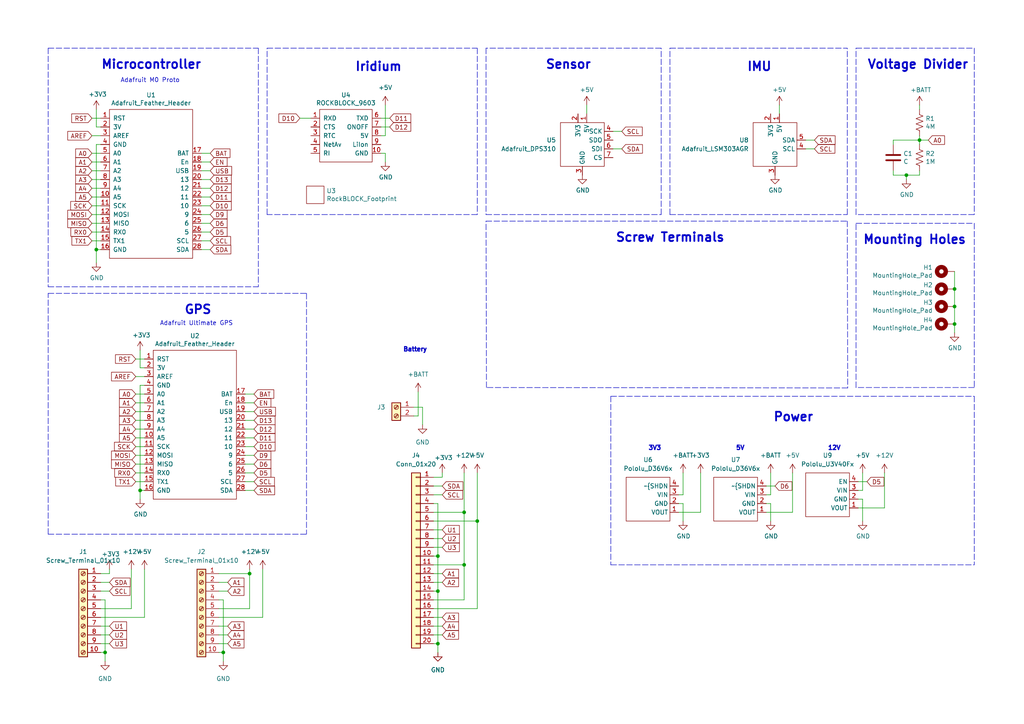
<source format=kicad_sch>
(kicad_sch (version 20211123) (generator eeschema)
  (paper "A4")
  (lib_symbols
    (symbol "Connector:Screw_Terminal_01x02" (pin_names (offset 1.016) hide)
      (property "Reference" "J" (at 0 2.54 0))
      (property "Value" "Screw_Terminal_01x02" (at 0 -5.08 0))
      (symbol "Screw_Terminal_01x02_1_1"
        (rectangle (start -1.27 1.27) (end 1.27 -3.81) (stroke (width 0.254)) (fill (type background)))
        (circle (center 0 -2.54) (radius 0.635) (stroke (width 0.1524)))
        (polyline (pts (xy -0.5334 -2.2098) (xy 0.3302 -3.048)) (stroke (width 0.1524)))
        (polyline (pts (xy -0.5334 0.3302) (xy 0.3302 -0.508)) (stroke (width 0.1524)))
        (polyline (pts (xy -0.3556 -2.032) (xy 0.508 -2.8702)) (stroke (width 0.1524)))
        (polyline (pts (xy -0.3556 0.508) (xy 0.508 -0.3302)) (stroke (width 0.1524)))
        (circle (center 0 0) (radius 0.635) (stroke (width 0.1524)))
        (pin passive line (at -5.08 0 0) (length 3.81) (name "Pin_1") (number "1"))
        (pin passive line (at -5.08 -2.54 0) (length 3.81) (name "Pin_2") (number "2"))
      )
    )
    (symbol "Connector:Screw_Terminal_01x10" (pin_names (offset 1.016) hide)
      (property "Reference" "J" (at 0 12.7 0))
      (property "Value" "Screw_Terminal_01x10" (at 0 -15.24 0))
      (symbol "Screw_Terminal_01x10_1_1"
        (rectangle (start -1.27 11.43) (end 1.27 -13.97) (stroke (width 0.254)) (fill (type background)))
        (circle (center 0 -12.7) (radius 0.635) (stroke (width 0.1524)))
        (circle (center 0 -10.16) (radius 0.635) (stroke (width 0.1524)))
        (circle (center 0 -7.62) (radius 0.635) (stroke (width 0.1524)))
        (circle (center 0 -5.08) (radius 0.635) (stroke (width 0.1524)))
        (circle (center 0 -2.54) (radius 0.635) (stroke (width 0.1524)))
        (polyline (pts (xy -0.5334 -12.3698) (xy 0.3302 -13.208)) (stroke (width 0.1524)))
        (polyline (pts (xy -0.5334 -9.8298) (xy 0.3302 -10.668)) (stroke (width 0.1524)))
        (polyline (pts (xy -0.5334 -7.2898) (xy 0.3302 -8.128)) (stroke (width 0.1524)))
        (polyline (pts (xy -0.5334 -4.7498) (xy 0.3302 -5.588)) (stroke (width 0.1524)))
        (polyline (pts (xy -0.5334 -2.2098) (xy 0.3302 -3.048)) (stroke (width 0.1524)))
        (polyline (pts (xy -0.5334 0.3302) (xy 0.3302 -0.508)) (stroke (width 0.1524)))
        (polyline (pts (xy -0.5334 2.8702) (xy 0.3302 2.032)) (stroke (width 0.1524)))
        (polyline (pts (xy -0.5334 5.4102) (xy 0.3302 4.572)) (stroke (width 0.1524)))
        (polyline (pts (xy -0.5334 7.9502) (xy 0.3302 7.112)) (stroke (width 0.1524)))
        (polyline (pts (xy -0.5334 10.4902) (xy 0.3302 9.652)) (stroke (width 0.1524)))
        (polyline (pts (xy -0.3556 -12.192) (xy 0.508 -13.0302)) (stroke (width 0.1524)))
        (polyline (pts (xy -0.3556 -9.652) (xy 0.508 -10.4902)) (stroke (width 0.1524)))
        (polyline (pts (xy -0.3556 -7.112) (xy 0.508 -7.9502)) (stroke (width 0.1524)))
        (polyline (pts (xy -0.3556 -4.572) (xy 0.508 -5.4102)) (stroke (width 0.1524)))
        (polyline (pts (xy -0.3556 -2.032) (xy 0.508 -2.8702)) (stroke (width 0.1524)))
        (polyline (pts (xy -0.3556 0.508) (xy 0.508 -0.3302)) (stroke (width 0.1524)))
        (polyline (pts (xy -0.3556 3.048) (xy 0.508 2.2098)) (stroke (width 0.1524)))
        (polyline (pts (xy -0.3556 5.588) (xy 0.508 4.7498)) (stroke (width 0.1524)))
        (polyline (pts (xy -0.3556 8.128) (xy 0.508 7.2898)) (stroke (width 0.1524)))
        (polyline (pts (xy -0.3556 10.668) (xy 0.508 9.8298)) (stroke (width 0.1524)))
        (circle (center 0 0) (radius 0.635) (stroke (width 0.1524)))
        (circle (center 0 2.54) (radius 0.635) (stroke (width 0.1524)))
        (circle (center 0 5.08) (radius 0.635) (stroke (width 0.1524)))
        (circle (center 0 7.62) (radius 0.635) (stroke (width 0.1524)))
        (circle (center 0 10.16) (radius 0.635) (stroke (width 0.1524)))
        (pin passive line (at -5.08 10.16 0) (length 3.81) (name "Pin_1") (number "1"))
        (pin passive line (at -5.08 -12.7 0) (length 3.81) (name "Pin_10") (number "10"))
        (pin passive line (at -5.08 7.62 0) (length 3.81) (name "Pin_2") (number "2"))
        (pin passive line (at -5.08 5.08 0) (length 3.81) (name "Pin_3") (number "3"))
        (pin passive line (at -5.08 2.54 0) (length 3.81) (name "Pin_4") (number "4"))
        (pin passive line (at -5.08 0 0) (length 3.81) (name "Pin_5") (number "5"))
        (pin passive line (at -5.08 -2.54 0) (length 3.81) (name "Pin_6") (number "6"))
        (pin passive line (at -5.08 -5.08 0) (length 3.81) (name "Pin_7") (number "7"))
        (pin passive line (at -5.08 -7.62 0) (length 3.81) (name "Pin_8") (number "8"))
        (pin passive line (at -5.08 -10.16 0) (length 3.81) (name "Pin_9") (number "9"))
      )
    )
    (symbol "Connector_Generic:Conn_01x20" (pin_names (offset 1.016) hide)
      (property "Reference" "J" (at 0 25.4 0))
      (property "Value" "Conn_01x20" (at 0 -27.94 0))
      (symbol "Conn_01x20_1_1"
        (rectangle (start -1.27 -25.273) (end 0 -25.527) (stroke (width 0.1524)))
        (rectangle (start -1.27 -22.733) (end 0 -22.987) (stroke (width 0.1524)))
        (rectangle (start -1.27 -20.193) (end 0 -20.447) (stroke (width 0.1524)))
        (rectangle (start -1.27 -17.653) (end 0 -17.907) (stroke (width 0.1524)))
        (rectangle (start -1.27 -15.113) (end 0 -15.367) (stroke (width 0.1524)))
        (rectangle (start -1.27 -12.573) (end 0 -12.827) (stroke (width 0.1524)))
        (rectangle (start -1.27 -10.033) (end 0 -10.287) (stroke (width 0.1524)))
        (rectangle (start -1.27 -7.493) (end 0 -7.747) (stroke (width 0.1524)))
        (rectangle (start -1.27 -4.953) (end 0 -5.207) (stroke (width 0.1524)))
        (rectangle (start -1.27 -2.413) (end 0 -2.667) (stroke (width 0.1524)))
        (rectangle (start -1.27 0.127) (end 0 -0.127) (stroke (width 0.1524)))
        (rectangle (start -1.27 2.667) (end 0 2.413) (stroke (width 0.1524)))
        (rectangle (start -1.27 5.207) (end 0 4.953) (stroke (width 0.1524)))
        (rectangle (start -1.27 7.747) (end 0 7.493) (stroke (width 0.1524)))
        (rectangle (start -1.27 10.287) (end 0 10.033) (stroke (width 0.1524)))
        (rectangle (start -1.27 12.827) (end 0 12.573) (stroke (width 0.1524)))
        (rectangle (start -1.27 15.367) (end 0 15.113) (stroke (width 0.1524)))
        (rectangle (start -1.27 17.907) (end 0 17.653) (stroke (width 0.1524)))
        (rectangle (start -1.27 20.447) (end 0 20.193) (stroke (width 0.1524)))
        (rectangle (start -1.27 22.987) (end 0 22.733) (stroke (width 0.1524)))
        (rectangle (start -1.27 24.13) (end 1.27 -26.67) (stroke (width 0.254)) (fill (type background)))
        (pin passive line (at -5.08 22.86 0) (length 3.81) (name "Pin_1") (number "1"))
        (pin passive line (at -5.08 0 0) (length 3.81) (name "Pin_10") (number "10"))
        (pin passive line (at -5.08 -2.54 0) (length 3.81) (name "Pin_11") (number "11"))
        (pin passive line (at -5.08 -5.08 0) (length 3.81) (name "Pin_12") (number "12"))
        (pin passive line (at -5.08 -7.62 0) (length 3.81) (name "Pin_13") (number "13"))
        (pin passive line (at -5.08 -10.16 0) (length 3.81) (name "Pin_14") (number "14"))
        (pin passive line (at -5.08 -12.7 0) (length 3.81) (name "Pin_15") (number "15"))
        (pin passive line (at -5.08 -15.24 0) (length 3.81) (name "Pin_16") (number "16"))
        (pin passive line (at -5.08 -17.78 0) (length 3.81) (name "Pin_17") (number "17"))
        (pin passive line (at -5.08 -20.32 0) (length 3.81) (name "Pin_18") (number "18"))
        (pin passive line (at -5.08 -22.86 0) (length 3.81) (name "Pin_19") (number "19"))
        (pin passive line (at -5.08 20.32 0) (length 3.81) (name "Pin_2") (number "2"))
        (pin passive line (at -5.08 -25.4 0) (length 3.81) (name "Pin_20") (number "20"))
        (pin passive line (at -5.08 17.78 0) (length 3.81) (name "Pin_3") (number "3"))
        (pin passive line (at -5.08 15.24 0) (length 3.81) (name "Pin_4") (number "4"))
        (pin passive line (at -5.08 12.7 0) (length 3.81) (name "Pin_5") (number "5"))
        (pin passive line (at -5.08 10.16 0) (length 3.81) (name "Pin_6") (number "6"))
        (pin passive line (at -5.08 7.62 0) (length 3.81) (name "Pin_7") (number "7"))
        (pin passive line (at -5.08 5.08 0) (length 3.81) (name "Pin_8") (number "8"))
        (pin passive line (at -5.08 2.54 0) (length 3.81) (name "Pin_9") (number "9"))
      )
    )
    (symbol "Cryologger:Adafruit_DPS310"
      (property "Reference" "U" (at 0 8.89 0))
      (property "Value" "Adafruit_DPS310" (at 0 -7.62 0))
      (symbol "Adafruit_DPS310_0_1"
        (rectangle (start -6.35 6.35) (end 6.35 -6.35) (stroke (width 0.1524)))
      )
      (symbol "Adafruit_DPS310_1_1"
        (pin power_in line (at 1.27 8.89 270) (length 2.54) (name "5V") (number "1"))
        (pin power_in line (at -1.27 8.89 270) (length 2.54) (name "3V3") (number "2"))
        (pin power_in line (at 0 -8.89 90) (length 2.54) (name "GND") (number "3"))
        (pin input line (at 8.89 3.81 180) (length 2.54) (name "SCK") (number "4"))
        (pin input line (at 8.89 1.27 180) (length 2.54) (name "SDO") (number "5"))
        (pin input line (at 8.89 -1.27 180) (length 2.54) (name "SDI") (number "6"))
        (pin input line (at 8.89 -3.81 180) (length 2.54) (name "CS") (number "7"))
      )
    )
    (symbol "Cryologger:Adafruit_Feather_Header" (pin_names (offset 1.016))
      (property "Reference" "U" (at 0 25.4 0))
      (property "Value" "Cryologger_Adafruit_Feather_Header" (at 0 -21.59 0))
      (symbol "Adafruit_Feather_Header_0_1"
        (rectangle (start -11.43 -19.05) (end 12.7 24.13))
      )
      (symbol "Adafruit_Feather_Header_1_1"
        (pin input line (at -13.97 21.59 0) (length 2.54) (name "RST") (number "1"))
        (pin input line (at -13.97 -1.27 0) (length 2.54) (name "A5") (number "10"))
        (pin input line (at -13.97 -3.81 0) (length 2.54) (name "SCK") (number "11"))
        (pin input line (at -13.97 -6.35 0) (length 2.54) (name "MOSI") (number "12"))
        (pin input line (at -13.97 -8.89 0) (length 2.54) (name "MISO") (number "13"))
        (pin input line (at -13.97 -11.43 0) (length 2.54) (name "RX0") (number "14"))
        (pin input line (at -13.97 -13.97 0) (length 2.54) (name "TX1") (number "15"))
        (pin input line (at -13.97 -16.51 0) (length 2.54) (name "GND") (number "16"))
        (pin input line (at 15.24 11.43 180) (length 2.54) (name "BAT") (number "17"))
        (pin input line (at 15.24 8.89 180) (length 2.54) (name "En") (number "18"))
        (pin input line (at 15.24 6.35 180) (length 2.54) (name "USB") (number "19"))
        (pin input line (at -13.97 19.05 0) (length 2.54) (name "3V") (number "2"))
        (pin input line (at 15.24 3.81 180) (length 2.54) (name "13") (number "20"))
        (pin input line (at 15.24 1.27 180) (length 2.54) (name "12") (number "21"))
        (pin input line (at 15.24 -1.27 180) (length 2.54) (name "11") (number "22"))
        (pin input line (at 15.24 -3.81 180) (length 2.54) (name "10") (number "23"))
        (pin input line (at 15.24 -6.35 180) (length 2.54) (name "9") (number "24"))
        (pin input line (at 15.24 -8.89 180) (length 2.54) (name "6") (number "25"))
        (pin input line (at 15.24 -11.43 180) (length 2.54) (name "5") (number "26"))
        (pin input line (at 15.24 -13.97 180) (length 2.54) (name "SCL") (number "27"))
        (pin input line (at 15.24 -16.51 180) (length 2.54) (name "SDA") (number "28"))
        (pin input line (at -13.97 16.51 0) (length 2.54) (name "AREF") (number "3"))
        (pin input line (at -13.97 13.97 0) (length 2.54) (name "GND") (number "4"))
        (pin input line (at -13.97 11.43 0) (length 2.54) (name "A0") (number "5"))
        (pin input line (at -13.97 8.89 0) (length 2.54) (name "A1") (number "6"))
        (pin input line (at -13.97 6.35 0) (length 2.54) (name "A2") (number "7"))
        (pin input line (at -13.97 3.81 0) (length 2.54) (name "A3") (number "8"))
        (pin input line (at -13.97 1.27 0) (length 2.54) (name "A4") (number "9"))
      )
    )
    (symbol "Cryologger:Adafruit_LSM303AGR"
      (property "Reference" "U" (at 0 7.62 0))
      (property "Value" "Adafruit_LSM303AGR" (at 0 -10.16 0))
      (symbol "Adafruit_LSM303AGR_0_1"
        (rectangle (start -6.35 6.35) (end 6.35 -6.35) (stroke (width 0.1524)))
      )
      (symbol "Adafruit_LSM303AGR_1_1"
        (pin power_in line (at 1.27 8.89 270) (length 2.54) (name "5V") (number "1"))
        (pin power_in line (at -1.27 8.89 270) (length 2.54) (name "3V3") (number "2"))
        (pin power_in line (at 0 -8.89 90) (length 2.54) (name "GND") (number "3"))
        (pin input line (at 8.89 -1.27 180) (length 2.54) (name "SCL") (number "4"))
        (pin input line (at 8.89 1.27 180) (length 2.54) (name "SDA") (number "5"))
      )
    )
    (symbol "Cryologger:Pololu_D36V6x"
      (property "Reference" "U" (at 0 7.62 0))
      (property "Value" "Pololu_D36V6x" (at 0 -7.62 0))
      (symbol "Pololu_D36V6x_0_1"
        (rectangle (start -6.35 6.35) (end 6.35 -6.35) (stroke (width 0.1524)))
      )
      (symbol "Pololu_D36V6x_1_1"
        (pin power_out line (at 8.89 -3.81 180) (length 2.54) (name "VOUT") (number "1"))
        (pin power_in line (at 8.89 -1.27 180) (length 2.54) (name "GND") (number "2"))
        (pin power_in line (at 8.89 1.27 180) (length 2.54) (name "VIN") (number "3"))
        (pin power_in line (at 8.89 3.81 180) (length 2.54) (name "~{SHDN") (number "4"))
      )
    )
    (symbol "Cryologger:Pololu_U3V40Fx"
      (property "Reference" "U" (at 0 7.62 0))
      (property "Value" "Pololu_U3V40Fx" (at 0 -7.62 0))
      (symbol "Pololu_U3V40Fx_0_1"
        (rectangle (start -6.35 6.35) (end 6.35 -6.35) (stroke (width 0.1524)))
      )
      (symbol "Pololu_U3V40Fx_1_1"
        (pin power_out line (at 8.89 -3.81 180) (length 2.54) (name "VOUT") (number "1"))
        (pin input line (at 8.89 -1.27 180) (length 2.54) (name "GND") (number "2"))
        (pin power_in line (at 8.89 1.27 180) (length 2.54) (name "VIN") (number "3"))
        (pin input line (at 8.89 3.81 180) (length 2.54) (name "EN") (number "4"))
      )
    )
    (symbol "Cryologger:ROCKBLOCK_9603" (pin_names (offset 1.016))
      (property "Reference" "U" (at 0 8.89 0))
      (property "Value" "Cryologger_ROCKBLOCK_9603" (at 0 -8.89 0))
      (symbol "ROCKBLOCK_9603_0_1"
        (rectangle (start -7.62 -7.62) (end 7.62 7.62))
      )
      (symbol "ROCKBLOCK_9603_1_1"
        (pin input line (at -10.16 5.08 0) (length 2.54) (name "RXD") (number "1"))
        (pin input line (at 10.16 -5.08 180) (length 2.54) (name "GND") (number "10"))
        (pin input line (at -10.16 2.54 0) (length 2.54) (name "CTS") (number "2"))
        (pin input line (at -10.16 0 0) (length 2.54) (name "RTC") (number "3"))
        (pin input line (at -10.16 -2.54 0) (length 2.54) (name "NetAv") (number "4"))
        (pin input line (at -10.16 -5.08 0) (length 2.54) (name "RI") (number "5"))
        (pin input line (at 10.16 5.08 180) (length 2.54) (name "TXD") (number "6"))
        (pin input line (at 10.16 2.54 180) (length 2.54) (name "ONOFF") (number "7"))
        (pin input line (at 10.16 0 180) (length 2.54) (name "5V") (number "8"))
        (pin input line (at 10.16 -2.54 180) (length 2.54) (name "LiIon") (number "9"))
      )
    )
    (symbol "Cryologger:RockBLOCK_Footprint" (pin_names (offset 1.016))
      (property "Reference" "U" (at 0 8.89 0))
      (property "Value" "Cryologger_RockBLOCK_Footprint" (at 0 -10.16 0))
      (symbol "RockBLOCK_Footprint_0_1"
        (rectangle (start -2.54 2.54) (end 2.54 -2.54))
      )
    )
    (symbol "Device:C" (pin_numbers hide) (pin_names (offset 0.254))
      (property "Reference" "C" (at 0.635 2.54 0))
      (property "Value" "C" (at 0.635 -2.54 0))
      (symbol "C_0_1"
        (polyline (pts (xy -2.032 -0.762) (xy 2.032 -0.762)) (stroke (width 0.508)))
        (polyline (pts (xy -2.032 0.762) (xy 2.032 0.762)) (stroke (width 0.508)))
      )
      (symbol "C_1_1"
        (pin passive line (at 0 3.81 270) (length 2.794) (name "~") (number "1"))
        (pin passive line (at 0 -3.81 90) (length 2.794) (name "~") (number "2"))
      )
    )
    (symbol "Device:R_US" (pin_numbers hide) (pin_names (offset 0))
      (property "Reference" "R" (at 2.54 0 90))
      (property "Value" "R_US" (at -2.54 0 90))
      (symbol "R_US_0_1"
        (polyline (pts (xy 0 -2.286) (xy 0 -2.54)))
        (polyline (pts (xy 0 2.286) (xy 0 2.54)))
        (polyline (pts (xy 0 -0.762) (xy 1.016 -1.143) (xy 0 -1.524) (xy -1.016 -1.905) (xy 0 -2.286)))
        (polyline (pts (xy 0 0.762) (xy 1.016 0.381) (xy 0 0) (xy -1.016 -0.381) (xy 0 -0.762)))
        (polyline (pts (xy 0 2.286) (xy 1.016 1.905) (xy 0 1.524) (xy -1.016 1.143) (xy 0 0.762)))
      )
      (symbol "R_US_1_1"
        (pin passive line (at 0 3.81 270) (length 1.27) (name "~") (number "1"))
        (pin passive line (at 0 -3.81 90) (length 1.27) (name "~") (number "2"))
      )
    )
    (symbol "Mechanical:MountingHole_Pad" (pin_numbers hide) (pin_names (offset 1.016) hide)
      (property "Reference" "H" (at 0 6.35 0))
      (property "Value" "MountingHole_Pad" (at 0 4.445 0))
      (symbol "MountingHole_Pad_0_1"
        (circle (center 0 1.27) (radius 1.27) (stroke (width 1.27)))
      )
      (symbol "MountingHole_Pad_1_1"
        (pin input line (at 0 -2.54 90) (length 2.54) (name "1") (number "1"))
      )
    )
    (symbol "power:+12V" (power) (pin_names (offset 0))
      (property "Value" "+12V" (at 0 3.556 0))
      (symbol "+12V_0_1"
        (polyline (pts (xy -0.762 1.27) (xy 0 2.54)))
        (polyline (pts (xy 0 0) (xy 0 2.54)))
        (polyline (pts (xy 0 2.54) (xy 0.762 1.27)))
      )
      (symbol "+12V_1_1"
        (pin power_in line (at 0 0 90) (length 0) hide (name "+12V") (number "1"))
      )
    )
    (symbol "power:+3V3" (power) (pin_names (offset 0))
      (property "Value" "+3V3" (at 0 3.556 0))
      (symbol "+3V3_0_1"
        (polyline (pts (xy -0.762 1.27) (xy 0 2.54)))
        (polyline (pts (xy 0 0) (xy 0 2.54)))
        (polyline (pts (xy 0 2.54) (xy 0.762 1.27)))
      )
      (symbol "+3V3_1_1"
        (pin power_in line (at 0 0 90) (length 0) hide (name "+3V3") (number "1"))
      )
    )
    (symbol "power:+5V" (power) (pin_names (offset 0))
      (property "Value" "+5V" (at 0 3.556 0))
      (symbol "+5V_0_1"
        (polyline (pts (xy -0.762 1.27) (xy 0 2.54)))
        (polyline (pts (xy 0 0) (xy 0 2.54)))
        (polyline (pts (xy 0 2.54) (xy 0.762 1.27)))
      )
      (symbol "+5V_1_1"
        (pin power_in line (at 0 0 90) (length 0) hide (name "+5V") (number "1"))
      )
    )
    (symbol "power:+BATT" (power) (pin_names (offset 0))
      (property "Value" "+BATT" (at 0 3.556 0))
      (symbol "+BATT_0_1"
        (polyline (pts (xy -0.762 1.27) (xy 0 2.54)))
        (polyline (pts (xy 0 0) (xy 0 2.54)))
        (polyline (pts (xy 0 2.54) (xy 0.762 1.27)))
      )
      (symbol "+BATT_1_1"
        (pin power_in line (at 0 0 90) (length 0) hide (name "+BATT") (number "1"))
      )
    )
    (symbol "power:GND" (power) (pin_names (offset 0))
      (property "Value" "GND" (at 0 -3.81 0))
      (symbol "GND_0_1"
        (polyline (pts (xy 0 0) (xy 0 -1.27) (xy 1.27 -1.27) (xy 0 -2.54) (xy -1.27 -1.27) (xy 0 -1.27)))
      )
      (symbol "GND_1_1"
        (pin power_in line (at 0 0 270) (length 0) hide (name "GND") (number "1"))
      )
    )
  )
  (junction (at 276.86 93.98))
  (junction (at 127 171.45))
  (junction (at 64.77 189.23))
  (junction (at 266.7 40.64))
  (junction (at 134.62 163.83))
  (junction (at 127 186.69))
  (junction (at 72.39 166.37))
  (junction (at 134.62 148.59))
  (junction (at 138.43 151.13))
  (junction (at 30.48 189.23))
  (junction (at 276.86 88.9))
  (junction (at 276.86 83.82))
  (junction (at 40.64 142.24))
  (junction (at 127 161.29))
  (junction (at 27.94 72.39))
  (junction (at 262.89 50.8))
  (wire (pts (xy 27.94 41.91) (xy 27.94 72.39)))
  (wire (pts (xy 134.62 137.16) (xy 134.62 148.59)))
  (wire (pts (xy 134.62 163.83) (xy 134.62 173.99)))
  (wire (pts (xy 29.21 54.61) (xy 26.67 54.61)))
  (wire (pts (xy 60.96 72.39) (xy 58.42 72.39)))
  (wire (pts (xy 125.73 179.07) (xy 128.27 179.07)))
  (wire (pts (xy 198.12 146.05) (xy 198.12 151.13)))
  (wire (pts (xy 177.8 38.1) (xy 180.34 38.1)))
  (wire (pts (xy 38.1 165.1) (xy 38.1 176.53)))
  (polyline (pts (xy 191.77 13.97) (xy 140.97 13.97)))
  (wire (pts (xy 223.52 146.05) (xy 223.52 151.13)))
  (wire (pts (xy 90.17 34.29) (xy 86.995 34.29)))
  (wire (pts (xy 63.5 173.99) (xy 64.77 173.99)))
  (wire (pts (xy 41.91 127) (xy 39.37 127)))
  (wire (pts (xy 60.96 69.85) (xy 58.42 69.85)))
  (polyline (pts (xy 177.165 114.935) (xy 282.575 114.935)))
  (wire (pts (xy 73.66 142.24) (xy 71.12 142.24)))
  (wire (pts (xy 29.21 46.99) (xy 26.67 46.99)))
  (wire (pts (xy 266.7 49.53) (xy 266.7 50.8)))
  (wire (pts (xy 73.66 114.3) (xy 71.12 114.3)))
  (wire (pts (xy 73.66 129.54) (xy 71.12 129.54)))
  (wire (pts (xy 73.66 127) (xy 71.12 127)))
  (wire (pts (xy 111.76 44.45) (xy 111.76 46.99)))
  (wire (pts (xy 27.94 36.83) (xy 27.94 31.75)))
  (wire (pts (xy 60.96 67.31) (xy 58.42 67.31)))
  (polyline (pts (xy 245.745 62.23) (xy 245.745 13.97)))
  (wire (pts (xy 276.86 83.82) (xy 276.86 88.9)))
  (wire (pts (xy 72.39 166.37) (xy 72.39 176.53)))
  (wire (pts (xy 233.68 40.64) (xy 236.22 40.64)))
  (wire (pts (xy 29.21 173.99) (xy 30.48 173.99)))
  (wire (pts (xy 73.66 137.16) (xy 71.12 137.16)))
  (wire (pts (xy 63.5 184.15) (xy 66.04 184.15)))
  (wire (pts (xy 203.2 148.59) (xy 203.2 137.16)))
  (wire (pts (xy 134.62 148.59) (xy 134.62 163.83)))
  (polyline (pts (xy 194.31 62.23) (xy 245.745 62.23)))
  (wire (pts (xy 29.21 181.61) (xy 31.75 181.61)))
  (wire (pts (xy 41.91 134.62) (xy 39.37 134.62)))
  (wire (pts (xy 63.5 168.91) (xy 66.04 168.91)))
  (polyline (pts (xy 282.575 64.77) (xy 282.575 112.395)))
  (polyline (pts (xy 194.31 62.23) (xy 194.31 13.97)))
  (polyline (pts (xy 138.43 62.23) (xy 77.47 62.23)))
  (wire (pts (xy 30.48 173.99) (xy 30.48 189.23)))
  (wire (pts (xy 29.21 52.07) (xy 26.67 52.07)))
  (wire (pts (xy 198.12 143.51) (xy 198.12 137.16)))
  (wire (pts (xy 276.86 93.98) (xy 276.86 96.52)))
  (wire (pts (xy 41.91 132.08) (xy 39.37 132.08)))
  (wire (pts (xy 248.92 144.78) (xy 250.19 144.78)))
  (polyline (pts (xy 140.97 13.97) (xy 140.97 62.23)))
  (wire (pts (xy 27.94 36.83) (xy 29.21 36.83)))
  (wire (pts (xy 259.08 40.64) (xy 266.7 40.64)))
  (wire (pts (xy 29.21 62.23) (xy 26.67 62.23)))
  (wire (pts (xy 110.49 39.37) (xy 111.76 39.37)))
  (polyline (pts (xy 13.97 85.09) (xy 88.9 85.09)))
  (wire (pts (xy 63.5 186.69) (xy 66.04 186.69)))
  (wire (pts (xy 27.94 76.2) (xy 27.94 72.39)))
  (wire (pts (xy 64.77 189.23) (xy 64.77 191.77)))
  (wire (pts (xy 64.77 173.99) (xy 64.77 189.23)))
  (polyline (pts (xy 74.93 13.97) (xy 74.93 83.185)))
  (wire (pts (xy 138.43 151.13) (xy 138.43 176.53)))
  (wire (pts (xy 29.21 171.45) (xy 31.75 171.45)))
  (wire (pts (xy 222.25 146.05) (xy 223.52 146.05)))
  (polyline (pts (xy 13.97 83.185) (xy 74.93 83.185)))
  (wire (pts (xy 125.73 143.51) (xy 128.27 143.51)))
  (wire (pts (xy 76.2 165.1) (xy 76.2 179.07)))
  (wire (pts (xy 125.73 148.59) (xy 134.62 148.59)))
  (wire (pts (xy 222.25 140.97) (xy 224.79 140.97)))
  (polyline (pts (xy 191.77 62.23) (xy 191.77 13.97)))
  (wire (pts (xy 41.91 139.7) (xy 39.37 139.7)))
  (wire (pts (xy 73.66 121.92) (xy 71.12 121.92)))
  (wire (pts (xy 110.49 44.45) (xy 111.76 44.45)))
  (wire (pts (xy 29.21 59.69) (xy 26.67 59.69)))
  (wire (pts (xy 222.25 143.51) (xy 223.52 143.51)))
  (wire (pts (xy 39.37 124.46) (xy 41.91 124.46)))
  (wire (pts (xy 262.89 52.07) (xy 262.89 50.8)))
  (wire (pts (xy 40.64 106.68) (xy 41.91 106.68)))
  (wire (pts (xy 40.64 111.76) (xy 40.64 142.24)))
  (polyline (pts (xy 140.97 64.135) (xy 245.745 64.135)))
  (wire (pts (xy 250.19 142.24) (xy 250.19 137.16)))
  (wire (pts (xy 266.7 50.8) (xy 262.89 50.8)))
  (wire (pts (xy 60.96 62.23) (xy 58.42 62.23)))
  (wire (pts (xy 110.49 36.83) (xy 113.03 36.83)))
  (wire (pts (xy 60.96 46.99) (xy 58.42 46.99)))
  (wire (pts (xy 248.92 139.7) (xy 251.46 139.7)))
  (wire (pts (xy 125.73 184.15) (xy 128.27 184.15)))
  (wire (pts (xy 40.64 106.68) (xy 40.64 101.6)))
  (wire (pts (xy 26.67 34.29) (xy 29.21 34.29)))
  (polyline (pts (xy 282.575 112.395) (xy 248.285 112.395)))
  (wire (pts (xy 31.75 165.1) (xy 31.75 166.37)))
  (polyline (pts (xy 194.31 13.97) (xy 245.745 13.97)))
  (wire (pts (xy 29.21 184.15) (xy 31.75 184.15)))
  (wire (pts (xy 29.21 179.07) (xy 41.91 179.07)))
  (polyline (pts (xy 177.165 163.83) (xy 282.575 163.83)))
  (wire (pts (xy 259.08 50.8) (xy 259.08 49.53)))
  (wire (pts (xy 138.43 151.13) (xy 138.43 137.16)))
  (polyline (pts (xy 245.872 112.522) (xy 141.097 112.395)))
  (wire (pts (xy 177.8 43.18) (xy 180.34 43.18)))
  (wire (pts (xy 41.91 137.16) (xy 39.37 137.16)))
  (wire (pts (xy 41.91 142.24) (xy 40.64 142.24)))
  (wire (pts (xy 40.64 142.24) (xy 40.64 144.78)))
  (wire (pts (xy 127 171.45) (xy 127 186.69)))
  (wire (pts (xy 60.96 57.15) (xy 58.42 57.15)))
  (polyline (pts (xy 138.43 13.97) (xy 138.43 62.23)))
  (wire (pts (xy 39.37 121.92) (xy 41.91 121.92)))
  (wire (pts (xy 60.96 64.77) (xy 58.42 64.77)))
  (polyline (pts (xy 282.575 114.935) (xy 282.575 163.83)))
  (wire (pts (xy 29.21 39.37) (xy 26.67 39.37)))
  (wire (pts (xy 125.73 156.21) (xy 128.27 156.21)))
  (wire (pts (xy 125.73 158.75) (xy 128.27 158.75)))
  (wire (pts (xy 29.21 189.23) (xy 30.48 189.23)))
  (wire (pts (xy 60.96 49.53) (xy 58.42 49.53)))
  (polyline (pts (xy 77.47 13.97) (xy 138.43 13.97)))
  (wire (pts (xy 39.37 114.3) (xy 41.91 114.3)))
  (wire (pts (xy 266.7 40.64) (xy 269.24 40.64)))
  (wire (pts (xy 41.91 119.38) (xy 39.37 119.38)))
  (wire (pts (xy 60.96 54.61) (xy 58.42 54.61)))
  (polyline (pts (xy 77.47 62.23) (xy 77.47 13.97)))
  (wire (pts (xy 63.5 166.37) (xy 72.39 166.37)))
  (wire (pts (xy 125.73 173.99) (xy 134.62 173.99)))
  (wire (pts (xy 29.21 166.37) (xy 31.75 166.37)))
  (wire (pts (xy 73.66 116.84) (xy 71.12 116.84)))
  (wire (pts (xy 72.39 165.1) (xy 72.39 166.37)))
  (polyline (pts (xy 141.097 112.395) (xy 140.97 64.135)))
  (wire (pts (xy 125.73 166.37) (xy 128.27 166.37)))
  (polyline (pts (xy 282.575 62.23) (xy 248.285 62.23)))
  (wire (pts (xy 125.73 138.43) (xy 128.27 138.43)))
  (polyline (pts (xy 13.97 154.94) (xy 13.97 85.09)))
  (wire (pts (xy 30.48 189.23) (xy 30.48 191.77)))
  (wire (pts (xy 121.285 120.65) (xy 121.285 113.665)))
  (wire (pts (xy 266.7 41.91) (xy 266.7 40.64)))
  (wire (pts (xy 248.92 142.24) (xy 250.19 142.24)))
  (wire (pts (xy 276.86 78.74) (xy 276.86 83.82)))
  (wire (pts (xy 29.21 57.15) (xy 26.67 57.15)))
  (wire (pts (xy 29.21 72.39) (xy 27.94 72.39)))
  (wire (pts (xy 60.96 44.45) (xy 58.42 44.45)))
  (wire (pts (xy 73.66 139.7) (xy 71.12 139.7)))
  (polyline (pts (xy 88.9 85.09) (xy 88.9 154.94)))
  (wire (pts (xy 29.21 67.31) (xy 26.67 67.31)))
  (wire (pts (xy 41.91 116.84) (xy 39.37 116.84)))
  (wire (pts (xy 125.73 161.29) (xy 127 161.29)))
  (wire (pts (xy 127 161.29) (xy 127 171.45)))
  (polyline (pts (xy 248.285 62.23) (xy 248.285 13.97)))
  (wire (pts (xy 63.5 189.23) (xy 64.77 189.23)))
  (wire (pts (xy 127 146.05) (xy 127 161.29)))
  (polyline (pts (xy 13.97 13.97) (xy 74.93 13.97)))
  (wire (pts (xy 39.37 129.54) (xy 41.91 129.54)))
  (wire (pts (xy 266.7 31.75) (xy 266.7 30.48)))
  (wire (pts (xy 29.21 49.53) (xy 26.67 49.53)))
  (wire (pts (xy 73.66 132.08) (xy 71.12 132.08)))
  (polyline (pts (xy 248.285 112.395) (xy 248.285 64.77)))
  (wire (pts (xy 226.06 30.48) (xy 226.06 33.02)))
  (wire (pts (xy 41.91 179.07) (xy 41.91 165.1)))
  (wire (pts (xy 259.08 41.91) (xy 259.08 40.64)))
  (polyline (pts (xy 248.285 13.97) (xy 282.575 13.97)))
  (polyline (pts (xy 248.285 64.77) (xy 282.575 64.77)))
  (wire (pts (xy 222.25 148.59) (xy 229.87 148.59)))
  (wire (pts (xy 73.66 134.62) (xy 71.12 134.62)))
  (wire (pts (xy 256.54 137.16) (xy 256.54 147.32)))
  (wire (pts (xy 122.555 118.11) (xy 122.555 123.19)))
  (wire (pts (xy 120.015 120.65) (xy 121.285 120.65)))
  (wire (pts (xy 127 186.69) (xy 127 189.23)))
  (wire (pts (xy 250.19 144.78) (xy 250.19 151.13)))
  (polyline (pts (xy 140.97 62.23) (xy 191.77 62.23)))
  (wire (pts (xy 125.73 181.61) (xy 128.27 181.61)))
  (polyline (pts (xy 13.97 154.94) (xy 88.9 154.94)))
  (wire (pts (xy 39.37 104.14) (xy 41.91 104.14)))
  (wire (pts (xy 125.73 171.45) (xy 127 171.45)))
  (polyline (pts (xy 245.745 64.135) (xy 245.872 112.522)))
  (wire (pts (xy 111.76 39.37) (xy 111.76 30.48)))
  (wire (pts (xy 196.85 148.59) (xy 203.2 148.59)))
  (wire (pts (xy 29.21 44.45) (xy 26.67 44.45)))
  (wire (pts (xy 125.73 140.97) (xy 128.27 140.97)))
  (wire (pts (xy 125.73 146.05) (xy 127 146.05)))
  (wire (pts (xy 41.91 109.22) (xy 39.37 109.22)))
  (wire (pts (xy 63.5 179.07) (xy 76.2 179.07)))
  (wire (pts (xy 63.5 176.53) (xy 72.39 176.53)))
  (wire (pts (xy 63.5 171.45) (xy 66.04 171.45)))
  (wire (pts (xy 229.87 137.16) (xy 229.87 148.59)))
  (wire (pts (xy 73.66 124.46) (xy 71.12 124.46)))
  (polyline (pts (xy 177.165 114.935) (xy 177.165 163.83)))
  (wire (pts (xy 262.89 50.8) (xy 259.08 50.8)))
  (polyline (pts (xy 13.97 13.97) (xy 13.97 83.185)))
  (wire (pts (xy 196.85 146.05) (xy 198.12 146.05)))
  (wire (pts (xy 110.49 34.29) (xy 113.03 34.29)))
  (wire (pts (xy 128.27 137.16) (xy 128.27 138.43)))
  (wire (pts (xy 29.21 69.85) (xy 26.67 69.85)))
  (wire (pts (xy 29.21 168.91) (xy 31.75 168.91)))
  (wire (pts (xy 223.52 137.16) (xy 223.52 143.51)))
  (wire (pts (xy 29.21 186.69) (xy 31.75 186.69)))
  (wire (pts (xy 125.73 153.67) (xy 128.27 153.67)))
  (wire (pts (xy 63.5 181.61) (xy 66.04 181.61)))
  (wire (pts (xy 29.21 176.53) (xy 38.1 176.53)))
  (polyline (pts (xy 282.575 13.97) (xy 282.575 62.23)))
  (wire (pts (xy 29.21 64.77) (xy 26.67 64.77)))
  (wire (pts (xy 125.73 151.13) (xy 138.43 151.13)))
  (wire (pts (xy 125.73 176.53) (xy 138.43 176.53)))
  (wire (pts (xy 29.21 41.91) (xy 27.94 41.91)))
  (wire (pts (xy 41.91 111.76) (xy 40.64 111.76)))
  (wire (pts (xy 125.73 163.83) (xy 134.62 163.83)))
  (wire (pts (xy 125.73 186.69) (xy 127 186.69)))
  (wire (pts (xy 233.68 43.18) (xy 236.22 43.18)))
  (wire (pts (xy 73.66 119.38) (xy 71.12 119.38)))
  (wire (pts (xy 276.86 88.9) (xy 276.86 93.98)))
  (wire (pts (xy 60.96 59.69) (xy 58.42 59.69)))
  (wire (pts (xy 170.18 30.48) (xy 170.18 33.02)))
  (wire (pts (xy 266.7 40.64) (xy 266.7 39.37)))
  (wire (pts (xy 125.73 168.91) (xy 128.27 168.91)))
  (wire (pts (xy 196.85 143.51) (xy 198.12 143.51)))
  (wire (pts (xy 60.96 52.07) (xy 58.42 52.07)))
  (wire (pts (xy 120.015 118.11) (xy 122.555 118.11)))
  (wire (pts (xy 248.92 147.32) (xy 256.54 147.32)))
  (text "Screw Terminals" (at 178.435 70.485 0) (effects (font (size 2.54 2.54) (thickness 0.508) bold) (justify left bottom)))
  (text "Iridium" (at 102.87 20.955 0) (effects (font (size 2.54 2.54) (thickness 0.508) bold) (justify left bottom)))
  (text "Power" (at 224.155 122.555 0) (effects (font (size 2.54 2.54) (thickness 0.508) bold) (justify left bottom)))
  (text "Voltage Divider" (at 251.46 20.32 0) (effects (font (size 2.54 2.54) (thickness 0.508) bold) (justify left bottom)))
  (text "IMU" (at 216.535 20.955 0) (effects (font (size 2.54 2.54) (thickness 0.508) bold) (justify left bottom)))
  (text "Microcontroller" (at 29.21 20.32 0) (effects (font (size 2.54 2.54) (thickness 0.508) bold) (justify left bottom)))
  (text "Adafruit Ultimate GPS" (at 46.355 94.615 0) (effects (font (size 1.27 1.27)) (justify left bottom)))
  (text "3V3" (at 187.96 130.81 0) (effects (font (size 1.27 1.27) (thickness 0.508) bold) (justify left bottom)))
  (text "Adafruit M0 Proto\n" (at 34.925 24.13 0) (effects (font (size 1.27 1.27)) (justify left bottom)))
  (text "5V" (at 213.36 130.81 0) (effects (font (size 1.27 1.27) (thickness 0.508) bold) (justify left bottom)))
  (text "Battery" (at 116.84 102.235 0) (effects (font (size 1.27 1.27) (thickness 0.508) bold) (justify left bottom)))
  (text "Sensor" (at 158.115 20.32 0) (effects (font (size 2.54 2.54) (thickness 0.508) bold) (justify left bottom)))
  (text "GPS" (at 53.34 91.44 0) (effects (font (size 2.54 2.54) (thickness 0.508) bold) (justify left bottom)))
  (text "12V" (at 240.03 130.81 0) (effects (font (size 1.27 1.27) (thickness 0.508) bold) (justify left bottom)))
  (text "Mounting Holes" (at 250.19 71.12 0) (effects (font (size 2.54 2.54) (thickness 0.508) bold) (justify left bottom)))
  (global_label "MISO" (shape input) (at 39.37 134.62 180) (property "Intersheet References" "${INTERSHEET_REFS}" (effects hide)))
  (global_label "A1" (shape input) (at 26.67 46.99 180) (property "Intersheet References" "${INTERSHEET_REFS}" (effects hide)))
  (global_label "D10" (shape input) (at 73.66 129.54 0) (property "Intersheet References" "${INTERSHEET_REFS}" (effects hide)))
  (global_label "D9" (shape input) (at 60.96 62.23 0) (property "Intersheet References" "${INTERSHEET_REFS}" (effects hide)))
  (global_label "D12" (shape input) (at 73.66 124.46 0) (property "Intersheet References" "${INTERSHEET_REFS}" (effects hide)))
  (global_label "TX1" (shape input) (at 26.67 69.85 180) (property "Intersheet References" "${INTERSHEET_REFS}" (effects hide)))
  (global_label "D5" (shape input) (at 251.46 139.7 0) (property "Intersheet References" "${INTERSHEET_REFS}" (effects hide)))
  (global_label "RST" (shape input) (at 39.37 104.14 180) (property "Intersheet References" "${INTERSHEET_REFS}" (effects hide)))
  (global_label "MISO" (shape input) (at 26.67 64.77 180) (property "Intersheet References" "${INTERSHEET_REFS}" (effects hide)))
  (global_label "AREF" (shape input) (at 26.67 39.37 180) (property "Intersheet References" "${INTERSHEET_REFS}" (effects hide)))
  (global_label "A5" (shape input) (at 26.67 57.15 180) (property "Intersheet References" "${INTERSHEET_REFS}" (effects hide)))
  (global_label "A3" (shape input) (at 39.37 121.92 180) (property "Intersheet References" "${INTERSHEET_REFS}" (effects hide)))
  (global_label "D11" (shape input) (at 113.03 34.29 0) (property "Intersheet References" "${INTERSHEET_REFS}" (effects hide)))
  (global_label "EN" (shape input) (at 73.66 116.84 0) (property "Intersheet References" "${INTERSHEET_REFS}" (effects hide)))
  (global_label "D13" (shape input) (at 60.96 52.07 0) (property "Intersheet References" "${INTERSHEET_REFS}" (effects hide)))
  (global_label "D12" (shape input) (at 60.96 54.61 0) (property "Intersheet References" "${INTERSHEET_REFS}" (effects hide)))
  (global_label "A5" (shape input) (at 66.04 186.69 0) (property "Intersheet References" "${INTERSHEET_REFS}" (effects hide)))
  (global_label "D6" (shape input) (at 60.96 64.77 0) (property "Intersheet References" "${INTERSHEET_REFS}" (effects hide)))
  (global_label "SCK" (shape input) (at 26.67 59.69 180) (property "Intersheet References" "${INTERSHEET_REFS}" (effects hide)))
  (global_label "USB" (shape input) (at 60.96 49.53 0) (property "Intersheet References" "${INTERSHEET_REFS}" (effects hide)))
  (global_label "U3" (shape input) (at 128.27 158.75 0) (property "Intersheet References" "${INTERSHEET_REFS}" (effects hide)))
  (global_label "A0" (shape input) (at 269.24 40.64 0) (property "Intersheet References" "${INTERSHEET_REFS}" (effects hide)))
  (global_label "MOSI" (shape input) (at 26.67 62.23 180) (property "Intersheet References" "${INTERSHEET_REFS}" (effects hide)))
  (global_label "RX0" (shape input) (at 39.37 137.16 180) (property "Intersheet References" "${INTERSHEET_REFS}" (effects hide)))
  (global_label "SCL" (shape input) (at 31.75 171.45 0) (property "Intersheet References" "${INTERSHEET_REFS}" (effects hide)))
  (global_label "SCL" (shape input) (at 180.34 38.1 0) (property "Intersheet References" "${INTERSHEET_REFS}" (effects hide)))
  (global_label "SCK" (shape input) (at 39.37 129.54 180) (property "Intersheet References" "${INTERSHEET_REFS}" (effects hide)))
  (global_label "D5" (shape input) (at 73.66 137.16 0) (property "Intersheet References" "${INTERSHEET_REFS}" (effects hide)))
  (global_label "SCL" (shape input) (at 73.66 139.7 0) (property "Intersheet References" "${INTERSHEET_REFS}" (effects hide)))
  (global_label "BAT" (shape input) (at 73.66 114.3 0) (property "Intersheet References" "${INTERSHEET_REFS}" (effects hide)))
  (global_label "D6" (shape input) (at 224.79 140.97 0) (property "Intersheet References" "${INTERSHEET_REFS}" (effects hide)))
  (global_label "A4" (shape input) (at 39.37 124.46 180) (property "Intersheet References" "${INTERSHEET_REFS}" (effects hide)))
  (global_label "U2" (shape input) (at 31.75 184.15 0) (property "Intersheet References" "${INTERSHEET_REFS}" (effects hide)))
  (global_label "MOSI" (shape input) (at 39.37 132.08 180) (property "Intersheet References" "${INTERSHEET_REFS}" (effects hide)))
  (global_label "A3" (shape input) (at 66.04 181.61 0) (property "Intersheet References" "${INTERSHEET_REFS}" (effects hide)))
  (global_label "D6" (shape input) (at 73.66 134.62 0) (property "Intersheet References" "${INTERSHEET_REFS}" (effects hide)))
  (global_label "A2" (shape input) (at 39.37 119.38 180) (property "Intersheet References" "${INTERSHEET_REFS}" (effects hide)))
  (global_label "SCL" (shape input) (at 128.27 143.51 0) (property "Intersheet References" "${INTERSHEET_REFS}" (effects hide)))
  (global_label "D11" (shape input) (at 73.66 127 0) (property "Intersheet References" "${INTERSHEET_REFS}" (effects hide)))
  (global_label "A4" (shape input) (at 66.04 184.15 0) (property "Intersheet References" "${INTERSHEET_REFS}" (effects hide)))
  (global_label "SDA" (shape input) (at 31.75 168.91 0) (property "Intersheet References" "${INTERSHEET_REFS}" (effects hide)))
  (global_label "TX1" (shape input) (at 39.37 139.7 180) (property "Intersheet References" "${INTERSHEET_REFS}" (effects hide)))
  (global_label "A1" (shape input) (at 39.37 116.84 180) (property "Intersheet References" "${INTERSHEET_REFS}" (effects hide)))
  (global_label "A3" (shape input) (at 26.67 52.07 180) (property "Intersheet References" "${INTERSHEET_REFS}" (effects hide)))
  (global_label "A2" (shape input) (at 66.04 171.45 0) (property "Intersheet References" "${INTERSHEET_REFS}" (effects hide)))
  (global_label "A4" (shape input) (at 128.27 181.61 0) (property "Intersheet References" "${INTERSHEET_REFS}" (effects hide)))
  (global_label "U2" (shape input) (at 128.27 156.21 0) (property "Intersheet References" "${INTERSHEET_REFS}" (effects hide)))
  (global_label "RST" (shape input) (at 26.67 34.29 180) (property "Intersheet References" "${INTERSHEET_REFS}" (effects hide)))
  (global_label "EN" (shape input) (at 60.96 46.99 0) (property "Intersheet References" "${INTERSHEET_REFS}" (effects hide)))
  (global_label "D5" (shape input) (at 60.96 67.31 0) (property "Intersheet References" "${INTERSHEET_REFS}" (effects hide)))
  (global_label "SCL" (shape input) (at 60.96 69.85 0) (property "Intersheet References" "${INTERSHEET_REFS}" (effects hide)))
  (global_label "U1" (shape input) (at 128.27 153.67 0) (property "Intersheet References" "${INTERSHEET_REFS}" (effects hide)))
  (global_label "U3" (shape input) (at 31.75 186.69 0) (property "Intersheet References" "${INTERSHEET_REFS}" (effects hide)))
  (global_label "D11" (shape input) (at 60.96 57.15 0) (property "Intersheet References" "${INTERSHEET_REFS}" (effects hide)))
  (global_label "A5" (shape input) (at 39.37 127 180) (property "Intersheet References" "${INTERSHEET_REFS}" (effects hide)))
  (global_label "AREF" (shape input) (at 39.37 109.22 180) (property "Intersheet References" "${INTERSHEET_REFS}" (effects hide)))
  (global_label "SDA" (shape input) (at 236.22 40.64 0) (property "Intersheet References" "${INTERSHEET_REFS}" (effects hide)))
  (global_label "D10" (shape input) (at 86.995 34.29 180) (property "Intersheet References" "${INTERSHEET_REFS}" (effects hide)))
  (global_label "D10" (shape input) (at 60.96 59.69 0) (property "Intersheet References" "${INTERSHEET_REFS}" (effects hide)))
  (global_label "A0" (shape input) (at 26.67 44.45 180) (property "Intersheet References" "${INTERSHEET_REFS}" (effects hide)))
  (global_label "A1" (shape input) (at 66.04 168.91 0) (property "Intersheet References" "${INTERSHEET_REFS}" (effects hide)))
  (global_label "A2" (shape input) (at 128.27 168.91 0) (property "Intersheet References" "${INTERSHEET_REFS}" (effects hide)))
  (global_label "D13" (shape input) (at 73.66 121.92 0) (property "Intersheet References" "${INTERSHEET_REFS}" (effects hide)))
  (global_label "USB" (shape input) (at 73.66 119.38 0) (property "Intersheet References" "${INTERSHEET_REFS}" (effects hide)))
  (global_label "A0" (shape input) (at 39.37 114.3 180) (property "Intersheet References" "${INTERSHEET_REFS}" (effects hide)))
  (global_label "RX0" (shape input) (at 26.67 67.31 180) (property "Intersheet References" "${INTERSHEET_REFS}" (effects hide)))
  (global_label "SDA" (shape input) (at 128.27 140.97 0) (property "Intersheet References" "${INTERSHEET_REFS}" (effects hide)))
  (global_label "D12" (shape input) (at 113.03 36.83 0) (property "Intersheet References" "${INTERSHEET_REFS}" (effects hide)))
  (global_label "A2" (shape input) (at 26.67 49.53 180) (property "Intersheet References" "${INTERSHEET_REFS}" (effects hide)))
  (global_label "SDA" (shape input) (at 60.96 72.39 0) (property "Intersheet References" "${INTERSHEET_REFS}" (effects hide)))
  (global_label "A4" (shape input) (at 26.67 54.61 180) (property "Intersheet References" "${INTERSHEET_REFS}" (effects hide)))
  (global_label "A1" (shape input) (at 128.27 166.37 0) (property "Intersheet References" "${INTERSHEET_REFS}" (effects hide)))
  (global_label "SDA" (shape input) (at 73.66 142.24 0) (property "Intersheet References" "${INTERSHEET_REFS}" (effects hide)))
  (global_label "D9" (shape input) (at 73.66 132.08 0) (property "Intersheet References" "${INTERSHEET_REFS}" (effects hide)))
  (global_label "U1" (shape input) (at 31.75 181.61 0) (property "Intersheet References" "${INTERSHEET_REFS}" (effects hide)))
  (global_label "A3" (shape input) (at 128.27 179.07 0) (property "Intersheet References" "${INTERSHEET_REFS}" (effects hide)))
  (global_label "SDA" (shape input) (at 180.34 43.18 0) (property "Intersheet References" "${INTERSHEET_REFS}" (effects hide)))
  (global_label "SCL" (shape input) (at 236.22 43.18 0) (property "Intersheet References" "${INTERSHEET_REFS}" (effects hide)))
  (global_label "BAT" (shape input) (at 60.96 44.45 0) (property "Intersheet References" "${INTERSHEET_REFS}" (effects hide)))
  (global_label "A5" (shape input) (at 128.27 184.15 0) (property "Intersheet References" "${INTERSHEET_REFS}" (effects hide)))
  (symbol (lib_id "Cryologger:Adafruit_Feather_Header") (at 43.18 55.88 0) (unit 1)
    (property "Reference" "U1" (at 43.815 27.559 0))
    (property "Value" "Adafruit_Feather_Header" (at 43.815 29.8704 0))
    (property "Footprint" "Cryologger:Adafruit_Feather_Header_Double" (effects hide))
  )
  (symbol (lib_id "Cryologger:Adafruit_Feather_Header") (at 55.88 125.73 0) (unit 1)
    (property "Reference" "U2" (at 56.515 97.409 0))
    (property "Value" "Adafruit_Feather_Header" (at 56.515 99.7204 0))
    (property "Footprint" "Cryologger:Adafruit_Feather_Header_Double" (effects hide))
  )
  (symbol (lib_id "Mechanical:MountingHole_Pad") (at 274.32 78.74 90) (unit 1)
    (property "Reference" "H1" (at 270.5354 77.5716 90) (effects (justify left)))
    (property "Value" "MountingHole_Pad" (at 270.5354 79.883 90) (effects (justify left)))
    (property "Footprint" "MountingHole:MountingHole_3mm_Pad" (effects hide))
  )
  (symbol (lib_id "Mechanical:MountingHole_Pad") (at 274.32 83.82 90) (unit 1)
    (property "Reference" "H2" (at 270.5354 82.6516 90) (effects (justify left)))
    (property "Value" "MountingHole_Pad" (at 270.5354 84.963 90) (effects (justify left)))
    (property "Footprint" "MountingHole:MountingHole_3mm_Pad" (effects hide))
  )
  (symbol (lib_id "Mechanical:MountingHole_Pad") (at 274.32 88.9 90) (unit 1)
    (property "Reference" "H3" (at 270.5354 87.7316 90) (effects (justify left)))
    (property "Value" "MountingHole_Pad" (at 270.5354 90.043 90) (effects (justify left)))
    (property "Footprint" "MountingHole:MountingHole_3mm_Pad" (effects hide))
  )
  (symbol (lib_id "Mechanical:MountingHole_Pad") (at 274.32 93.98 90) (unit 1)
    (property "Reference" "H4" (at 270.5354 92.8116 90) (effects (justify left)))
    (property "Value" "MountingHole_Pad" (at 270.5354 95.123 90) (effects (justify left)))
    (property "Footprint" "MountingHole:MountingHole_3mm_Pad" (effects hide))
  )
  (symbol (lib_id "power:GND") (at 111.76 46.99 0) (unit 1)
    (property "Reference" "#PWR013" (effects hide))
    (property "Value" "GND" (at 111.887 51.3842 0))
  )
  (symbol (lib_id "power:GND") (at 198.12 151.13 0) (unit 1)
    (property "Reference" "#PWR024" (effects hide))
    (property "Value" "GND" (at 198.247 155.5242 0))
  )
  (symbol (lib_id "power:GND") (at 223.52 151.13 0) (unit 1)
    (property "Reference" "#PWR027" (effects hide))
    (property "Value" "GND" (at 223.647 155.5242 0))
  )
  (symbol (lib_id "power:GND") (at 122.555 123.19 0) (unit 1)
    (property "Reference" "#PWR015" (effects hide))
    (property "Value" "GND" (at 122.555 128.27 0))
  )
  (symbol (lib_id "power:GND") (at 276.86 96.52 0) (unit 1)
    (property "Reference" "#PWR036" (effects hide))
    (property "Value" "GND" (at 276.987 100.9142 0))
  )
  (symbol (lib_id "Connector:Screw_Terminal_01x02") (at 114.935 118.11 0) (mirror y) (unit 1)
    (property "Reference" "J3" (at 111.76 118.1099 0) (effects (justify left)))
    (property "Value" "Screw_Terminal_01x02" (effects hide))
    (property "Footprint" "Connector_Phoenix_MSTB:PhoenixContact_MSTBA_2,5_2-G-5,08_1x02_P5.08mm_Horizontal" (effects hide))
  )
  (symbol (lib_id "Cryologger:ROCKBLOCK_9603") (at 100.33 39.37 0) (unit 1)
    (property "Reference" "U4" (at 100.33 27.559 0))
    (property "Value" "ROCKBLOCK_9603" (at 100.33 29.8704 0))
    (property "Footprint" "Connector_Molex:Molex_PicoBlade_53047-1010_1x10_P1.25mm_Vertical" (effects hide))
  )
  (symbol (lib_id "power:GND") (at 224.79 50.8 0) (unit 1)
    (property "Reference" "#PWR028" (effects hide))
    (property "Value" "GND" (at 224.917 55.1942 0))
  )
  (symbol (lib_id "power:+3V3") (at 27.94 31.75 0) (unit 1)
    (property "Reference" "#PWR01" (effects hide))
    (property "Value" "+3V3" (at 28.321 27.3558 0))
  )
  (symbol (lib_id "Device:R_US") (at 266.7 35.56 0) (unit 1)
    (property "Reference" "R1" (at 268.4272 34.3916 0) (effects (justify left)))
    (property "Value" "4M" (at 268.4272 36.703 0) (effects (justify left)))
    (property "Footprint" "Resistor_THT:R_Axial_DIN0207_L6.3mm_D2.5mm_P10.16mm_Horizontal" (effects hide))
  )
  (symbol (lib_id "Device:R_US") (at 266.7 45.72 0) (unit 1)
    (property "Reference" "R2" (at 268.4272 44.5516 0) (effects (justify left)))
    (property "Value" "1M" (at 268.4272 46.863 0) (effects (justify left)))
    (property "Footprint" "Resistor_THT:R_Axial_DIN0207_L6.3mm_D2.5mm_P10.16mm_Horizontal" (effects hide))
  )
  (symbol (lib_id "power:+3V3") (at 40.64 101.6 0) (unit 1)
    (property "Reference" "#PWR06" (effects hide))
    (property "Value" "+3V3" (at 41.021 97.2058 0))
  )
  (symbol (lib_id "Device:C") (at 259.08 45.72 0) (unit 1)
    (property "Reference" "C1" (at 262.001 44.5516 0) (effects (justify left)))
    (property "Value" "C" (at 262.001 46.863 0) (effects (justify left)))
    (property "Footprint" "Capacitor_THT:C_Disc_D3.8mm_W2.6mm_P2.50mm" (effects hide))
  )
  (symbol (lib_id "power:+3V3") (at 203.2 137.16 0) (unit 1)
    (property "Reference" "#PWR025" (effects hide))
    (property "Value" "+3V3" (at 203.2 132.08 0))
  )
  (symbol (lib_id "power:GND") (at 262.89 52.07 0) (unit 1)
    (property "Reference" "#PWR034" (effects hide))
    (property "Value" "GND" (at 263.017 56.4642 0))
  )
  (symbol (lib_id "power:GND") (at 27.94 76.2 0) (unit 1)
    (property "Reference" "#PWR02" (effects hide))
    (property "Value" "GND" (at 28.067 80.5942 0))
  )
  (symbol (lib_id "power:GND") (at 40.64 144.78 0) (unit 1)
    (property "Reference" "#PWR07" (effects hide))
    (property "Value" "GND" (at 40.767 149.1742 0))
  )
  (symbol (lib_id "power:+BATT") (at 198.12 137.16 0) (unit 1)
    (property "Reference" "#PWR023" (effects hide))
    (property "Value" "+BATT" (at 198.12 132.08 0))
  )
  (symbol (lib_id "power:+BATT") (at 223.52 137.16 0) (unit 1)
    (property "Reference" "#PWR026" (effects hide))
    (property "Value" "+BATT" (at 223.52 132.08 0))
  )
  (symbol (lib_id "power:+BATT") (at 266.7 30.48 0) (unit 1)
    (property "Reference" "#PWR035" (effects hide))
    (property "Value" "+BATT" (at 267.081 26.0858 0))
  )
  (symbol (lib_id "power:+BATT") (at 121.285 113.665 0) (unit 1)
    (property "Reference" "#PWR014" (effects hide))
    (property "Value" "+BATT" (at 121.285 108.585 0))
  )
  (symbol (lib_id "power:GND") (at 168.91 50.8 0) (unit 1)
    (property "Reference" "#PWR021" (effects hide))
    (property "Value" "GND" (at 169.037 55.1942 0))
  )
  (symbol (lib_id "Cryologger:RockBLOCK_Footprint") (at 91.44 56.515 0) (unit 1)
    (property "Reference" "U3" (at 94.6912 55.3466 0) (effects (justify left)))
    (property "Value" "RockBLOCK_Footprint" (at 94.6912 57.658 0) (effects (justify left)))
    (property "Footprint" "Cryologger:RockBLOCK_9603" (effects hide))
  )
  (symbol (lib_id "Cryologger:Adafruit_DPS310") (at 168.91 41.91 0) (unit 1)
    (property "Reference" "U5" (at 161.29 40.6399 0) (effects (justify right)))
    (property "Value" "Adafruit_DPS310" (at 161.29 43.1799 0) (effects (justify right)))
    (property "Footprint" "Cryologger:Adafruit_DPS310" (effects hide))
  )
  (symbol (lib_id "power:+3V3") (at 128.27 137.16 0) (unit 1)
    (property "Reference" "#PWR018" (effects hide))
    (property "Value" "+3V3" (at 128.651 132.7658 0))
  )
  (symbol (lib_id "power:+5V") (at 170.18 30.48 0) (unit 1)
    (property "Reference" "#PWR022" (effects hide))
    (property "Value" "+5V" (at 170.18 26.035 0))
  )
  (symbol (lib_id "power:GND") (at 30.48 191.77 0) (unit 1)
    (property "Reference" "#PWR03" (effects hide))
    (property "Value" "GND" (at 30.48 196.85 0))
  )
  (symbol (lib_id "power:GND") (at 127 189.23 0) (unit 1)
    (property "Reference" "#PWR016" (effects hide))
    (property "Value" "GND" (at 127 194.31 0))
  )
  (symbol (lib_id "power:+5V") (at 250.19 137.16 0) (unit 1)
    (property "Reference" "#PWR031" (effects hide))
    (property "Value" "+5V" (at 250.19 132.08 0))
  )
  (symbol (lib_id "power:+5V") (at 229.87 137.16 0) (unit 1)
    (property "Reference" "#PWR030" (effects hide))
    (property "Value" "+5V" (at 229.87 132.08 0))
  )
  (symbol (lib_id "power:+12V") (at 72.39 165.1 0) (unit 1)
    (property "Reference" "#PWR011" (effects hide))
    (property "Value" "+12V" (at 69.85 160.02 0) (effects (justify left)))
  )
  (symbol (lib_id "Cryologger:Pololu_U3V40Fx") (at 240.03 143.51 0) (unit 1)
    (property "Reference" "U9" (at 240.03 132.08 0))
    (property "Value" "Pololu_U3V40Fx" (at 240.03 134.62 0))
    (property "Footprint" "Cryologger:Pololu_U3V40Fx" (effects hide))
  )
  (symbol (lib_id "power:+3V3") (at 31.75 165.1 0) (unit 1)
    (property "Reference" "#PWR04" (effects hide))
    (property "Value" "+3V3" (at 32.131 160.7058 0))
  )
  (symbol (lib_id "power:GND") (at 250.19 151.13 0) (unit 1)
    (property "Reference" "#PWR032" (effects hide))
    (property "Value" "GND" (at 250.317 155.5242 0))
  )
  (symbol (lib_id "Connector:Screw_Terminal_01x10") (at 24.13 176.53 0) (mirror y) (unit 1)
    (property "Reference" "J1" (at 24.13 160.02 0))
    (property "Value" "Screw_Terminal_01x10" (at 24.13 162.56 0))
    (property "Footprint" "TerminalBlock_Phoenix:TerminalBlock_Phoenix_MKDS-1,5-10-5.08_1x10_P5.08mm_Horizontal" (effects hide))
  )
  (symbol (lib_id "Connector:Screw_Terminal_01x10") (at 58.42 176.53 0) (mirror y) (unit 1)
    (property "Reference" "J2" (at 58.42 160.02 0))
    (property "Value" "Screw_Terminal_01x10" (at 58.42 162.56 0))
    (property "Footprint" "TerminalBlock_Phoenix:TerminalBlock_Phoenix_MKDS-1,5-10-5.08_1x10_P5.08mm_Horizontal" (effects hide))
  )
  (symbol (lib_id "power:+5V") (at 138.43 137.16 0) (unit 1)
    (property "Reference" "#PWR019" (effects hide))
    (property "Value" "+5V" (at 138.43 132.08 0))
  )
  (symbol (lib_id "Cryologger:Pololu_D36V6x") (at 187.96 144.78 0) (unit 1)
    (property "Reference" "U6" (at 187.96 133.35 0))
    (property "Value" "Pololu_D36V6x" (at 187.96 135.89 0))
    (property "Footprint" "Cryologger:Pololu_D36V6x" (effects hide))
  )
  (symbol (lib_id "power:+12V") (at 256.54 137.16 0) (unit 1)
    (property "Reference" "#PWR033" (effects hide))
    (property "Value" "+12V" (at 256.54 132.08 0))
  )
  (symbol (lib_id "Connector_Generic:Conn_01x20") (at 120.65 161.29 0) (mirror y) (unit 1)
    (property "Reference" "J4" (at 120.65 132.08 0))
    (property "Value" "Conn_01x20" (at 120.65 134.62 0))
    (property "Footprint" "Cryologger:Pin_1.0mm_10.0mm_1x20" (effects hide))
  )
  (symbol (lib_id "power:+5V") (at 76.2 165.1 0) (unit 1)
    (property "Reference" "#PWR010" (effects hide))
    (property "Value" "+5V" (at 76.2 160.02 0))
  )
  (symbol (lib_id "power:+5V") (at 111.76 30.48 0) (unit 1)
    (property "Reference" "#PWR012" (effects hide))
    (property "Value" "+5V" (at 111.76 25.4 0))
  )
  (symbol (lib_id "power:+12V") (at 134.62 137.16 0) (unit 1)
    (property "Reference" "#PWR020" (effects hide))
    (property "Value" "+12V" (at 132.08 132.08 0) (effects (justify left)))
  )
  (symbol (lib_id "power:+5V") (at 226.06 30.48 0) (unit 1)
    (property "Reference" "#PWR029" (effects hide))
    (property "Value" "+5V" (at 226.06 26.035 0))
  )
  (symbol (lib_id "Cryologger:Adafruit_LSM303AGR") (at 224.79 41.91 0) (unit 1)
    (property "Reference" "U8" (at 217.17 40.6399 0) (effects (justify right)))
    (property "Value" "Adafruit_LSM303AGR" (at 217.17 43.1799 0) (effects (justify right)))
    (property "Footprint" "Cryologger:Adafruit_LSM303AGR" (effects hide))
  )
  (symbol (lib_id "Cryologger:Pololu_D36V6x") (at 213.36 144.78 0) (unit 1)
    (property "Reference" "U7" (at 213.36 133.35 0))
    (property "Value" "Pololu_D36V6x" (at 213.36 135.89 0))
    (property "Footprint" "Cryologger:Pololu_D36V6x" (effects hide))
  )
  (symbol (lib_id "power:+5V") (at 41.91 165.1 0) (unit 1)
    (property "Reference" "#PWR05" (effects hide))
    (property "Value" "+5V" (at 41.91 160.02 0))
  )
  (symbol (lib_id "power:+12V") (at 38.1 165.1 0) (unit 1)
    (property "Reference" "#PWR08" (effects hide))
    (property "Value" "+12V" (at 35.56 160.02 0) (effects (justify left)))
  )
  (symbol (lib_id "power:GND") (at 127 189.23 0) (unit 1)
    (property "Reference" "#PWR017" (effects hide))
    (property "Value" "GND" (at 127 194.31 0))
  )
  (symbol (lib_id "power:GND") (at 64.77 191.77 0) (unit 1)
    (property "Reference" "#PWR09" (effects hide))
    (property "Value" "GND" (at 64.77 196.85 0))
  )
)
</source>
